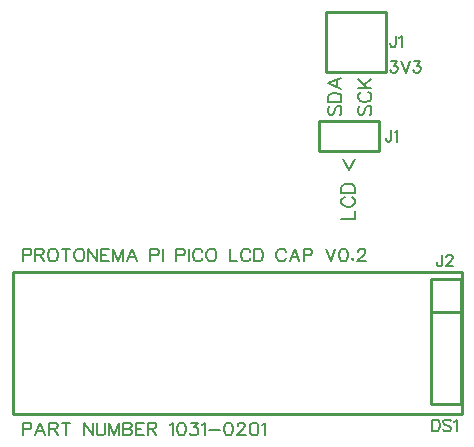
<source format=gto>
G04 Layer: TopSilkscreenLayer*
G04 EasyEDA v6.5.32, 2023-07-25 14:04:49*
G04 6491edecb3f74ba59fc972a52df51078,5a6b42c53f6a479593ecc07194224c93,10*
G04 Gerber Generator version 0.2*
G04 Scale: 100 percent, Rotated: No, Reflected: No *
G04 Dimensions in millimeters *
G04 leading zeros omitted , absolute positions ,4 integer and 5 decimal *
%FSLAX45Y45*%
%MOMM*%

%ADD10C,0.1524*%
%ADD11C,0.2540*%

%LPD*%
D10*
X1879600Y2236215D02*
G01*
X1879600Y2127250D01*
X1879600Y2236215D02*
G01*
X1926336Y2236215D01*
X1941829Y2231136D01*
X1947163Y2225802D01*
X1952243Y2215387D01*
X1952243Y2199894D01*
X1947163Y2189479D01*
X1941829Y2184400D01*
X1926336Y2179065D01*
X1879600Y2179065D01*
X2028190Y2236215D02*
G01*
X1986534Y2127250D01*
X2028190Y2236215D02*
G01*
X2069845Y2127250D01*
X2002281Y2163571D02*
G01*
X2054097Y2163571D01*
X2104136Y2236215D02*
G01*
X2104136Y2127250D01*
X2104136Y2236215D02*
G01*
X2150872Y2236215D01*
X2166365Y2231136D01*
X2171700Y2225802D01*
X2176779Y2215387D01*
X2176779Y2204973D01*
X2171700Y2194560D01*
X2166365Y2189479D01*
X2150872Y2184400D01*
X2104136Y2184400D01*
X2140458Y2184400D02*
G01*
X2176779Y2127250D01*
X2247391Y2236215D02*
G01*
X2247391Y2127250D01*
X2211070Y2236215D02*
G01*
X2283713Y2236215D01*
X2398013Y2236215D02*
G01*
X2398013Y2127250D01*
X2398013Y2236215D02*
G01*
X2470911Y2127250D01*
X2470911Y2236215D02*
G01*
X2470911Y2127250D01*
X2505202Y2236215D02*
G01*
X2505202Y2158237D01*
X2510281Y2142744D01*
X2520695Y2132329D01*
X2536190Y2127250D01*
X2546604Y2127250D01*
X2562352Y2132329D01*
X2572765Y2142744D01*
X2577845Y2158237D01*
X2577845Y2236215D01*
X2612136Y2236215D02*
G01*
X2612136Y2127250D01*
X2612136Y2236215D02*
G01*
X2653791Y2127250D01*
X2695193Y2236215D02*
G01*
X2653791Y2127250D01*
X2695193Y2236215D02*
G01*
X2695193Y2127250D01*
X2729484Y2236215D02*
G01*
X2729484Y2127250D01*
X2729484Y2236215D02*
G01*
X2776220Y2236215D01*
X2791968Y2231136D01*
X2797047Y2225802D01*
X2802381Y2215387D01*
X2802381Y2204973D01*
X2797047Y2194560D01*
X2791968Y2189479D01*
X2776220Y2184400D01*
X2729484Y2184400D02*
G01*
X2776220Y2184400D01*
X2791968Y2179065D01*
X2797047Y2173986D01*
X2802381Y2163571D01*
X2802381Y2147823D01*
X2797047Y2137410D01*
X2791968Y2132329D01*
X2776220Y2127250D01*
X2729484Y2127250D01*
X2836672Y2236215D02*
G01*
X2836672Y2127250D01*
X2836672Y2236215D02*
G01*
X2904236Y2236215D01*
X2836672Y2184400D02*
G01*
X2878074Y2184400D01*
X2836672Y2127250D02*
G01*
X2904236Y2127250D01*
X2938525Y2236215D02*
G01*
X2938525Y2127250D01*
X2938525Y2236215D02*
G01*
X2985261Y2236215D01*
X3000756Y2231136D01*
X3006090Y2225802D01*
X3011170Y2215387D01*
X3011170Y2204973D01*
X3006090Y2194560D01*
X3000756Y2189479D01*
X2985261Y2184400D01*
X2938525Y2184400D01*
X2974847Y2184400D02*
G01*
X3011170Y2127250D01*
X3125470Y2215387D02*
G01*
X3135884Y2220721D01*
X3151377Y2236215D01*
X3151377Y2127250D01*
X3216909Y2236215D02*
G01*
X3201415Y2231136D01*
X3191002Y2215387D01*
X3185668Y2189479D01*
X3185668Y2173986D01*
X3191002Y2147823D01*
X3201415Y2132329D01*
X3216909Y2127250D01*
X3227324Y2127250D01*
X3242818Y2132329D01*
X3253231Y2147823D01*
X3258565Y2173986D01*
X3258565Y2189479D01*
X3253231Y2215387D01*
X3242818Y2231136D01*
X3227324Y2236215D01*
X3216909Y2236215D01*
X3303270Y2236215D02*
G01*
X3360420Y2236215D01*
X3329177Y2194560D01*
X3344672Y2194560D01*
X3355086Y2189479D01*
X3360420Y2184400D01*
X3365500Y2168652D01*
X3365500Y2158237D01*
X3360420Y2142744D01*
X3350006Y2132329D01*
X3334258Y2127250D01*
X3318763Y2127250D01*
X3303270Y2132329D01*
X3297936Y2137410D01*
X3292856Y2147823D01*
X3399790Y2215387D02*
G01*
X3410204Y2220721D01*
X3425697Y2236215D01*
X3425697Y2127250D01*
X3459988Y2173986D02*
G01*
X3553459Y2173986D01*
X3618991Y2236215D02*
G01*
X3603497Y2231136D01*
X3593084Y2215387D01*
X3587750Y2189479D01*
X3587750Y2173986D01*
X3593084Y2147823D01*
X3603497Y2132329D01*
X3618991Y2127250D01*
X3629406Y2127250D01*
X3644900Y2132329D01*
X3655313Y2147823D01*
X3660647Y2173986D01*
X3660647Y2189479D01*
X3655313Y2215387D01*
X3644900Y2231136D01*
X3629406Y2236215D01*
X3618991Y2236215D01*
X3700018Y2210307D02*
G01*
X3700018Y2215387D01*
X3705352Y2225802D01*
X3710431Y2231136D01*
X3720845Y2236215D01*
X3741674Y2236215D01*
X3752088Y2231136D01*
X3757168Y2225802D01*
X3762502Y2215387D01*
X3762502Y2204973D01*
X3757168Y2194560D01*
X3746754Y2179065D01*
X3694938Y2127250D01*
X3767581Y2127250D01*
X3833113Y2236215D02*
G01*
X3817620Y2231136D01*
X3807206Y2215387D01*
X3801872Y2189479D01*
X3801872Y2173986D01*
X3807206Y2147823D01*
X3817620Y2132329D01*
X3833113Y2127250D01*
X3843527Y2127250D01*
X3859022Y2132329D01*
X3869436Y2147823D01*
X3874770Y2173986D01*
X3874770Y2189479D01*
X3869436Y2215387D01*
X3859022Y2231136D01*
X3843527Y2236215D01*
X3833113Y2236215D01*
X3909059Y2215387D02*
G01*
X3919220Y2220721D01*
X3934968Y2236215D01*
X3934968Y2127250D01*
X1879600Y3709415D02*
G01*
X1879600Y3600450D01*
X1879600Y3709415D02*
G01*
X1926336Y3709415D01*
X1941829Y3704336D01*
X1947163Y3699002D01*
X1952243Y3688587D01*
X1952243Y3673094D01*
X1947163Y3662679D01*
X1941829Y3657600D01*
X1926336Y3652265D01*
X1879600Y3652265D01*
X1986534Y3709415D02*
G01*
X1986534Y3600450D01*
X1986534Y3709415D02*
G01*
X2033270Y3709415D01*
X2049018Y3704336D01*
X2054097Y3699002D01*
X2059431Y3688587D01*
X2059431Y3678173D01*
X2054097Y3667760D01*
X2049018Y3662679D01*
X2033270Y3657600D01*
X1986534Y3657600D01*
X2023109Y3657600D02*
G01*
X2059431Y3600450D01*
X2124709Y3709415D02*
G01*
X2114550Y3704336D01*
X2104136Y3693921D01*
X2098802Y3683507D01*
X2093722Y3667760D01*
X2093722Y3641852D01*
X2098802Y3626357D01*
X2104136Y3615944D01*
X2114550Y3605529D01*
X2124709Y3600450D01*
X2145538Y3600450D01*
X2155952Y3605529D01*
X2166365Y3615944D01*
X2171700Y3626357D01*
X2176779Y3641852D01*
X2176779Y3667760D01*
X2171700Y3683507D01*
X2166365Y3693921D01*
X2155952Y3704336D01*
X2145538Y3709415D01*
X2124709Y3709415D01*
X2247391Y3709415D02*
G01*
X2247391Y3600450D01*
X2211070Y3709415D02*
G01*
X2283713Y3709415D01*
X2349245Y3709415D02*
G01*
X2338831Y3704336D01*
X2328418Y3693921D01*
X2323338Y3683507D01*
X2318004Y3667760D01*
X2318004Y3641852D01*
X2323338Y3626357D01*
X2328418Y3615944D01*
X2338831Y3605529D01*
X2349245Y3600450D01*
X2370074Y3600450D01*
X2380488Y3605529D01*
X2390902Y3615944D01*
X2395981Y3626357D01*
X2401315Y3641852D01*
X2401315Y3667760D01*
X2395981Y3683507D01*
X2390902Y3693921D01*
X2380488Y3704336D01*
X2370074Y3709415D01*
X2349245Y3709415D01*
X2435606Y3709415D02*
G01*
X2435606Y3600450D01*
X2435606Y3709415D02*
G01*
X2508250Y3600450D01*
X2508250Y3709415D02*
G01*
X2508250Y3600450D01*
X2542540Y3709415D02*
G01*
X2542540Y3600450D01*
X2542540Y3709415D02*
G01*
X2610104Y3709415D01*
X2542540Y3657600D02*
G01*
X2584195Y3657600D01*
X2542540Y3600450D02*
G01*
X2610104Y3600450D01*
X2644393Y3709415D02*
G01*
X2644393Y3600450D01*
X2644393Y3709415D02*
G01*
X2686050Y3600450D01*
X2727452Y3709415D02*
G01*
X2686050Y3600450D01*
X2727452Y3709415D02*
G01*
X2727452Y3600450D01*
X2803397Y3709415D02*
G01*
X2761741Y3600450D01*
X2803397Y3709415D02*
G01*
X2844800Y3600450D01*
X2777490Y3636771D02*
G01*
X2829306Y3636771D01*
X2959100Y3709415D02*
G01*
X2959100Y3600450D01*
X2959100Y3709415D02*
G01*
X3006090Y3709415D01*
X3021584Y3704336D01*
X3026663Y3699002D01*
X3031997Y3688587D01*
X3031997Y3673094D01*
X3026663Y3662679D01*
X3021584Y3657600D01*
X3006090Y3652265D01*
X2959100Y3652265D01*
X3066288Y3709415D02*
G01*
X3066288Y3600450D01*
X3180588Y3709415D02*
G01*
X3180588Y3600450D01*
X3180588Y3709415D02*
G01*
X3227324Y3709415D01*
X3242818Y3704336D01*
X3248152Y3699002D01*
X3253231Y3688587D01*
X3253231Y3673094D01*
X3248152Y3662679D01*
X3242818Y3657600D01*
X3227324Y3652265D01*
X3180588Y3652265D01*
X3287522Y3709415D02*
G01*
X3287522Y3600450D01*
X3399790Y3683507D02*
G01*
X3394709Y3693921D01*
X3384295Y3704336D01*
X3373881Y3709415D01*
X3353054Y3709415D01*
X3342640Y3704336D01*
X3332225Y3693921D01*
X3327145Y3683507D01*
X3321811Y3667760D01*
X3321811Y3641852D01*
X3327145Y3626357D01*
X3332225Y3615944D01*
X3342640Y3605529D01*
X3353054Y3600450D01*
X3373881Y3600450D01*
X3384295Y3605529D01*
X3394709Y3615944D01*
X3399790Y3626357D01*
X3465322Y3709415D02*
G01*
X3454908Y3704336D01*
X3444493Y3693921D01*
X3439159Y3683507D01*
X3434079Y3667760D01*
X3434079Y3641852D01*
X3439159Y3626357D01*
X3444493Y3615944D01*
X3454908Y3605529D01*
X3465322Y3600450D01*
X3486150Y3600450D01*
X3496309Y3605529D01*
X3506724Y3615944D01*
X3512058Y3626357D01*
X3517138Y3641852D01*
X3517138Y3667760D01*
X3512058Y3683507D01*
X3506724Y3693921D01*
X3496309Y3704336D01*
X3486150Y3709415D01*
X3465322Y3709415D01*
X3631438Y3709415D02*
G01*
X3631438Y3600450D01*
X3631438Y3600450D02*
G01*
X3693922Y3600450D01*
X3806190Y3683507D02*
G01*
X3800856Y3693921D01*
X3790441Y3704336D01*
X3780027Y3709415D01*
X3759200Y3709415D01*
X3749040Y3704336D01*
X3738625Y3693921D01*
X3733291Y3683507D01*
X3728211Y3667760D01*
X3728211Y3641852D01*
X3733291Y3626357D01*
X3738625Y3615944D01*
X3749040Y3605529D01*
X3759200Y3600450D01*
X3780027Y3600450D01*
X3790441Y3605529D01*
X3800856Y3615944D01*
X3806190Y3626357D01*
X3840479Y3709415D02*
G01*
X3840479Y3600450D01*
X3840479Y3709415D02*
G01*
X3876802Y3709415D01*
X3892295Y3704336D01*
X3902709Y3693921D01*
X3907790Y3683507D01*
X3913124Y3667760D01*
X3913124Y3641852D01*
X3907790Y3626357D01*
X3902709Y3615944D01*
X3892295Y3605529D01*
X3876802Y3600450D01*
X3840479Y3600450D01*
X4105402Y3683507D02*
G01*
X4100068Y3693921D01*
X4089654Y3704336D01*
X4079240Y3709415D01*
X4058665Y3709415D01*
X4048252Y3704336D01*
X4037838Y3693921D01*
X4032504Y3683507D01*
X4027424Y3667760D01*
X4027424Y3641852D01*
X4032504Y3626357D01*
X4037838Y3615944D01*
X4048252Y3605529D01*
X4058665Y3600450D01*
X4079240Y3600450D01*
X4089654Y3605529D01*
X4100068Y3615944D01*
X4105402Y3626357D01*
X4181093Y3709415D02*
G01*
X4139691Y3600450D01*
X4181093Y3709415D02*
G01*
X4222750Y3600450D01*
X4155186Y3636771D02*
G01*
X4207256Y3636771D01*
X4257040Y3709415D02*
G01*
X4257040Y3600450D01*
X4257040Y3709415D02*
G01*
X4303775Y3709415D01*
X4319270Y3704336D01*
X4324604Y3699002D01*
X4329684Y3688587D01*
X4329684Y3673094D01*
X4324604Y3662679D01*
X4319270Y3657600D01*
X4303775Y3652265D01*
X4257040Y3652265D01*
X4443984Y3709415D02*
G01*
X4485640Y3600450D01*
X4527295Y3709415D02*
G01*
X4485640Y3600450D01*
X4592574Y3709415D02*
G01*
X4577079Y3704336D01*
X4566665Y3688587D01*
X4561586Y3662679D01*
X4561586Y3647186D01*
X4566665Y3621023D01*
X4577079Y3605529D01*
X4592574Y3600450D01*
X4602988Y3600450D01*
X4618736Y3605529D01*
X4629150Y3621023D01*
X4634229Y3647186D01*
X4634229Y3662679D01*
X4629150Y3688587D01*
X4618736Y3704336D01*
X4602988Y3709415D01*
X4592574Y3709415D01*
X4673600Y3626357D02*
G01*
X4668520Y3621023D01*
X4673600Y3615944D01*
X4678934Y3621023D01*
X4673600Y3626357D01*
X4718304Y3683507D02*
G01*
X4718304Y3688587D01*
X4723638Y3699002D01*
X4728718Y3704336D01*
X4739131Y3709415D01*
X4759959Y3709415D01*
X4770374Y3704336D01*
X4775454Y3699002D01*
X4780788Y3688587D01*
X4780788Y3678173D01*
X4775454Y3667760D01*
X4765040Y3652265D01*
X4713224Y3600450D01*
X4785868Y3600450D01*
X4998465Y4710937D02*
G01*
X4998465Y4638294D01*
X4993893Y4624578D01*
X4989322Y4620005D01*
X4980177Y4615434D01*
X4971288Y4615434D01*
X4962143Y4620005D01*
X4957572Y4624578D01*
X4953000Y4638294D01*
X4953000Y4647437D01*
X5028438Y4692904D02*
G01*
X5037581Y4697476D01*
X5051297Y4710937D01*
X5051297Y4615434D01*
X5346700Y2259837D02*
G01*
X5346700Y2164334D01*
X5346700Y2259837D02*
G01*
X5378450Y2259837D01*
X5392165Y2255265D01*
X5401309Y2246376D01*
X5405881Y2237231D01*
X5410454Y2223515D01*
X5410454Y2200910D01*
X5405881Y2187194D01*
X5401309Y2178050D01*
X5392165Y2168905D01*
X5378450Y2164334D01*
X5346700Y2164334D01*
X5503925Y2246376D02*
G01*
X5494781Y2255265D01*
X5481320Y2259837D01*
X5463031Y2259837D01*
X5449315Y2255265D01*
X5440425Y2246376D01*
X5440425Y2237231D01*
X5444997Y2228087D01*
X5449315Y2223515D01*
X5458459Y2218944D01*
X5485891Y2209800D01*
X5494781Y2205481D01*
X5499354Y2200910D01*
X5503925Y2191765D01*
X5503925Y2178050D01*
X5494781Y2168905D01*
X5481320Y2164334D01*
X5463031Y2164334D01*
X5449315Y2168905D01*
X5440425Y2178050D01*
X5533897Y2241804D02*
G01*
X5543041Y2246376D01*
X5556758Y2259837D01*
X5556758Y2164334D01*
X4480052Y4915154D02*
G01*
X4469129Y4904231D01*
X4463541Y4887721D01*
X4463541Y4865878D01*
X4469129Y4849621D01*
X4480052Y4838700D01*
X4490974Y4838700D01*
X4501895Y4844034D01*
X4507229Y4849621D01*
X4512818Y4860544D01*
X4523486Y4893310D01*
X4529074Y4904231D01*
X4534408Y4909565D01*
X4545329Y4915154D01*
X4561840Y4915154D01*
X4572761Y4904231D01*
X4578095Y4887721D01*
X4578095Y4865878D01*
X4572761Y4849621D01*
X4561840Y4838700D01*
X4463541Y4950968D02*
G01*
X4578095Y4950968D01*
X4463541Y4950968D02*
G01*
X4463541Y4989321D01*
X4469129Y5005578D01*
X4480052Y5016500D01*
X4490974Y5022087D01*
X4507229Y5027421D01*
X4534408Y5027421D01*
X4550918Y5022087D01*
X4561840Y5016500D01*
X4572761Y5005578D01*
X4578095Y4989321D01*
X4578095Y4950968D01*
X4463541Y5107178D02*
G01*
X4578095Y5063489D01*
X4463541Y5107178D02*
G01*
X4578095Y5150612D01*
X4539995Y5079745D02*
G01*
X4539995Y5134355D01*
X4734052Y4915154D02*
G01*
X4723129Y4904231D01*
X4717541Y4887721D01*
X4717541Y4865878D01*
X4723129Y4849621D01*
X4734052Y4838700D01*
X4744974Y4838700D01*
X4755895Y4844034D01*
X4761229Y4849621D01*
X4766818Y4860544D01*
X4777486Y4893310D01*
X4783074Y4904231D01*
X4788408Y4909565D01*
X4799329Y4915154D01*
X4815840Y4915154D01*
X4826761Y4904231D01*
X4832095Y4887721D01*
X4832095Y4865878D01*
X4826761Y4849621D01*
X4815840Y4838700D01*
X4744974Y5032755D02*
G01*
X4734052Y5027421D01*
X4723129Y5016500D01*
X4717541Y5005578D01*
X4717541Y4983734D01*
X4723129Y4972812D01*
X4734052Y4961889D01*
X4744974Y4956555D01*
X4761229Y4950968D01*
X4788408Y4950968D01*
X4804918Y4956555D01*
X4815840Y4961889D01*
X4826761Y4972812D01*
X4832095Y4983734D01*
X4832095Y5005578D01*
X4826761Y5016500D01*
X4815840Y5027421D01*
X4804918Y5032755D01*
X4717541Y5068823D02*
G01*
X4832095Y5068823D01*
X4717541Y5145278D02*
G01*
X4793995Y5068823D01*
X4766818Y5096255D02*
G01*
X4832095Y5145278D01*
X4577841Y3962400D02*
G01*
X4692395Y3962400D01*
X4692395Y3962400D02*
G01*
X4692395Y4027931D01*
X4605274Y4145787D02*
G01*
X4594352Y4140200D01*
X4583429Y4129278D01*
X4577841Y4118355D01*
X4577841Y4096512D01*
X4583429Y4085589D01*
X4594352Y4074668D01*
X4605274Y4069334D01*
X4621529Y4063745D01*
X4648708Y4063745D01*
X4665218Y4069334D01*
X4676140Y4074668D01*
X4687061Y4085589D01*
X4692395Y4096512D01*
X4692395Y4118355D01*
X4687061Y4129278D01*
X4676140Y4140200D01*
X4665218Y4145787D01*
X4577841Y4181602D02*
G01*
X4692395Y4181602D01*
X4577841Y4181602D02*
G01*
X4577841Y4219955D01*
X4583429Y4236212D01*
X4594352Y4247134D01*
X4605274Y4252468D01*
X4621529Y4258055D01*
X4648708Y4258055D01*
X4665218Y4252468D01*
X4676140Y4247134D01*
X4687061Y4236212D01*
X4692395Y4219955D01*
X4692395Y4181602D01*
X4594352Y4465320D02*
G01*
X4643374Y4377944D01*
X4692395Y4465320D01*
X5036565Y5511037D02*
G01*
X5036565Y5438394D01*
X5031993Y5424678D01*
X5027422Y5420105D01*
X5018277Y5415534D01*
X5009388Y5415534D01*
X5000243Y5420105D01*
X4995672Y5424678D01*
X4991100Y5438394D01*
X4991100Y5447537D01*
X5066538Y5493004D02*
G01*
X5075681Y5497576D01*
X5089397Y5511037D01*
X5089397Y5415534D01*
X5000243Y5295137D02*
G01*
X5050281Y5295137D01*
X5022850Y5258815D01*
X5036565Y5258815D01*
X5045709Y5254244D01*
X5050281Y5249671D01*
X5054854Y5236210D01*
X5054854Y5227065D01*
X5050281Y5213350D01*
X5041138Y5204205D01*
X5027422Y5199634D01*
X5013706Y5199634D01*
X5000243Y5204205D01*
X4995672Y5208778D01*
X4991100Y5217921D01*
X5084825Y5295137D02*
G01*
X5121147Y5199634D01*
X5157470Y5295137D02*
G01*
X5121147Y5199634D01*
X5196586Y5295137D02*
G01*
X5246624Y5295137D01*
X5219191Y5258815D01*
X5232908Y5258815D01*
X5242052Y5254244D01*
X5246624Y5249671D01*
X5251195Y5236210D01*
X5251195Y5227065D01*
X5246624Y5213350D01*
X5237479Y5204205D01*
X5223763Y5199634D01*
X5210302Y5199634D01*
X5196586Y5204205D01*
X5192013Y5208778D01*
X5187441Y5217921D01*
X5430265Y3656837D02*
G01*
X5430265Y3584194D01*
X5425693Y3570478D01*
X5421122Y3565905D01*
X5411977Y3561334D01*
X5403088Y3561334D01*
X5393943Y3565905D01*
X5389372Y3570478D01*
X5384800Y3584194D01*
X5384800Y3593337D01*
X5464809Y3634231D02*
G01*
X5464809Y3638804D01*
X5469381Y3647694D01*
X5473954Y3652265D01*
X5483097Y3656837D01*
X5501131Y3656837D01*
X5510275Y3652265D01*
X5514847Y3647694D01*
X5519420Y3638804D01*
X5519420Y3629660D01*
X5514847Y3620515D01*
X5505704Y3606800D01*
X5460238Y3561334D01*
X5523991Y3561334D01*
D11*
X4895875Y4789068D02*
G01*
X4895875Y4535068D01*
X4387875Y4535068D01*
X4387875Y4789068D01*
X4895875Y4789068D01*
X4895875Y4535068D01*
X5588000Y2391999D02*
G01*
X5334000Y2391999D01*
X5588000Y3450000D02*
G01*
X5588000Y2391999D01*
X5588000Y3172647D02*
G01*
X5334000Y3172647D01*
X5334000Y3450000D02*
G01*
X5334000Y2391999D01*
X5588000Y3450000D02*
G01*
X5334000Y3450000D01*
X1795703Y3508298D02*
G01*
X5595696Y3508298D01*
X5595696Y2308301D01*
X1795703Y2308301D01*
X1795703Y3508298D01*
X4445000Y5715000D02*
G01*
X4953000Y5715000D01*
X4953000Y5207000D01*
X4445000Y5207000D01*
X4445000Y5715000D01*
M02*

</source>
